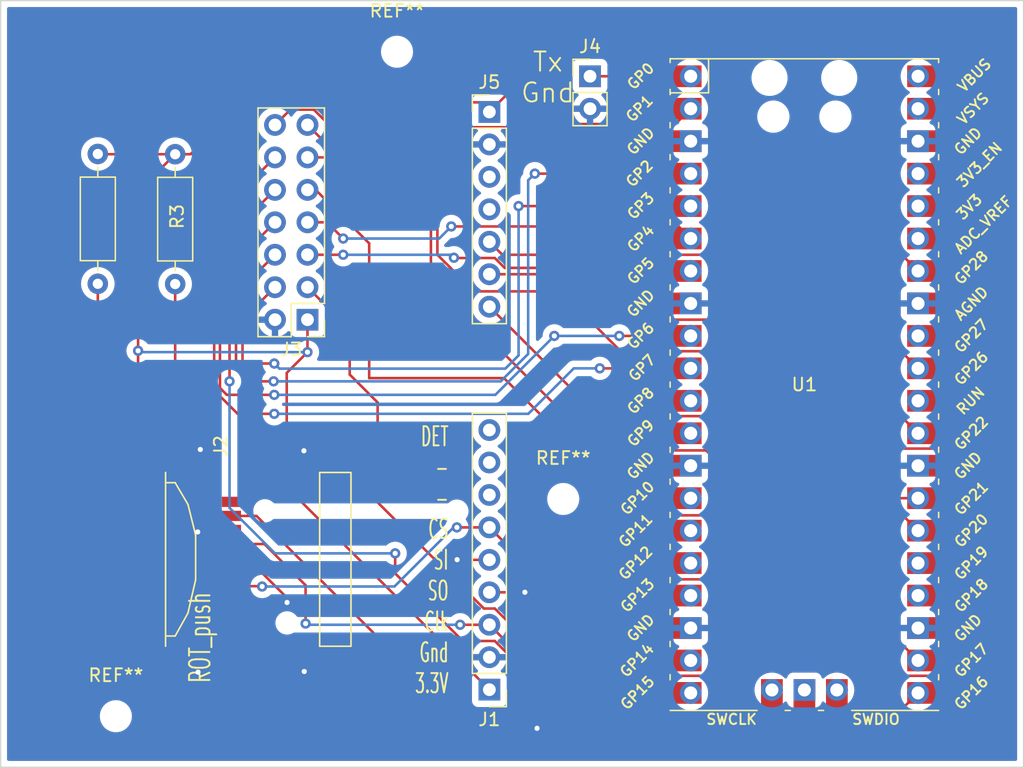
<source format=kicad_pcb>
(kicad_pcb (version 20221018) (generator pcbnew)
  (layers (0 "F.Cu" signal) (31 "B.Cu" signal) (34 "B.Paste" user) (35 "F.Paste" user) (36 "B.SilkS" user "B.Silkscreen") (37 "F.SilkS" user "F.Silkscreen") (38 "B.Mask" user) (39 "F.Mask" user) (44 "Edge.Cuts" user))
  (net 0 "")
  (net 1 "+3.3V")
  (net 2 "GND")
  (net 3 "SD_SPI_CLK")
  (net 4 "SD_CS")
  (net 10 "ROT_1")
  (net 11 "ROT_2")
  (net 12 "ROT_BUTTON")
  (net 13 "SD_SPI_MOSI")
  (net 14 "SD_SPI_MISO")
  (net 15 "IO_6")
  (net 16 "KEY3")
  (net 17 "IO_5")
  (net 18 "KEY2")
  (net 19 "IO_4")
  (net 20 "KEY0")
  (net 21 "IO_3")
  (net 23 "IO_2")
  (net 24 "IO_1")
  (net 36 "DBG_TX")
  (net 39 "I2S_SCLK")
  (net 40 "I2S_LRCK")
  (net 41 "I2S_DATA")
  (footprint "MountingHole:MountingHole_2mm" (layer "F.Cu") (at 131 139)
    (fp_text reference "REF**" (at 0 -3.2) (layer "F.SilkS"))
    (fp_text value "MountingHole_2mm")
    (pad "" np_thru_hole circle (at 0 0) (size 2 2) (drill 2) (layers "*.Cu" "*.Mask"))
  )
  (footprint "MCU_RaspberryPi_and_Boards:RPi_Pico_SMD_TH" (layer "F.Cu") (at 149.86 130.048)
    (fp_text reference "U1" (at 0 0) (layer "F.SilkS"))
    (fp_text value "Pico")
    (fp_text user "GND" (at -12.8 6.35 45) (layer "F.SilkS") (effects (font (size 0.8 0.8))))
    (fp_text user "GP2" (at -12.9 -16.51 45) (layer "F.SilkS") (effects (font (size 0.8 0.8))))
    (fp_text user "GP3" (at -12.8 -13.97 45) (layer "F.SilkS") (effects (font (size 0.8 0.8))))
    (fp_text user "GP15" (at -13.054 24.13 45) (layer "F.SilkS") (effects (font (size 0.8 0.8))))
    (fp_text user "GP21" (at 13.054 8.9 45) (layer "F.SilkS") (effects (font (size 0.8 0.8))))
    (fp_text user "GP7" (at -12.7 -1.3 45) (layer "F.SilkS") (effects (font (size 0.8 0.8))))
    (fp_text user "GP26" (at 13.054 -1.27 45) (layer "F.SilkS") (effects (font (size 0.8 0.8))))
    (fp_text user "GP19" (at 13.054 13.97 45) (layer "F.SilkS") (effects (font (size 0.8 0.8))))
    (fp_text user "GP4" (at -12.8 -11.43 45) (layer "F.SilkS") (effects (font (size 0.8 0.8))))
    (fp_text user "GP1" (at -12.9 -21.6 45) (layer "F.SilkS") (effects (font (size 0.8 0.8))))
    (fp_text user "VBUS" (at 13.3 -24.2 45) (layer "F.SilkS") (effects (font (size 0.8 0.8))))
    (fp_text user "GP9" (at -12.8 3.81 45) (layer "F.SilkS") (effects (font (size 0.8 0.8))))
    (fp_text user "RUN" (at 13 1.27 45) (layer "F.SilkS") (effects (font (size 0.8 0.8))))
    (fp_text user "GP28" (at 13.054 -9.144 45) (layer "F.SilkS") (effects (font (size 0.8 0.8))))
    (fp_text user "GND" (at 12.8 -19.05 45) (layer "F.SilkS") (effects (font (size 0.8 0.8))))
    (fp_text user "AGND" (at 13.054 -6.35 45) (layer "F.SilkS") (effects (font (size 0.8 0.8))))
    (fp_text user "SWDIO" (at 5.6 26.2) (layer "F.SilkS") (effects (font (size 0.8 0.8))))
    (fp_text user "GP5" (at -12.8 -8.89 45) (layer "F.SilkS") (effects (font (size 0.8 0.8))))
    (fp_text user "GND" (at -12.8 -19.05 45) (layer "F.SilkS") (effects (font (size 0.8 0.8))))
    (fp_text user "3V3" (at 12.9 -13.9 45) (layer "F.SilkS") (effects (font (size 0.8 0.8))))
    (fp_text user "GND" (at 12.8 19.05 45) (layer "F.SilkS") (effects (font (size 0.8 0.8))))
    (fp_text user "GP22" (at 13.054 3.81 45) (layer "F.SilkS") (effects (font (size 0.8 0.8))))
    (fp_text user "GND" (at 12.8 6.35 45) (layer "F.SilkS") (effects (font (size 0.8 0.8))))
    (fp_text user "GP18" (at 13.054 16.51 45) (layer "F.SilkS") (effects (font (size 0.8 0.8))))
    (fp_text user "ADC_VREF" (at 14 -12.5 45) (layer "F.SilkS") (effects (font (size 0.8 0.8))))
    (fp_text user "GP12" (at -13.2 13.97 45) (layer "F.SilkS") (effects (font (size 0.8 0.8))))
    (fp_text user "VSYS" (at 13.2 -21.59 45) (layer "F.SilkS") (effects (font (size 0.8 0.8))))
    (fp_text user "GP27" (at 13.054 -3.8 45) (layer "F.SilkS") (effects (font (size 0.8 0.8))))
    (fp_text user "GP20" (at 13.054 11.43 45) (layer "F.SilkS") (effects (font (size 0.8 0.8))))
    (fp_text user "GND" (at -12.8 -6.35 45) (layer "F.SilkS") (effects (font (size 0.8 0.8))))
    (fp_text user "GP6" (at -12.8 -3.81 45) (layer "F.SilkS") (effects (font (size 0.8 0.8))))
    (fp_text user "GP11" (at -13.2 11.43 45) (layer "F.SilkS") (effects (font (size 0.8 0.8))))
    (fp_text user "GP14" (at -13.1 21.59 45) (layer "F.SilkS") (effects (font (size 0.8 0.8))))
    (fp_text user "GP13" (at -13.054 16.51 45) (layer "F.SilkS") (effects (font (size 0.8 0.8))))
    (fp_text user "GP8" (at -12.8 1.27 45) (layer "F.SilkS") (effects (font (size 0.8 0.8))))
    (fp_text user "GND" (at -12.8 19.05 45) (layer "F.SilkS") (effects (font (size 0.8 0.8))))
    (fp_text user "SWCLK" (at -5.7 26.2) (layer "F.SilkS") (effects (font (size 0.8 0.8))))
    (fp_text user "GP0" (at -12.8 -24.13 45) (layer "F.SilkS") (effects (font (size 0.8 0.8))))
    (fp_text user "GP10" (at -13.054 8.89 45) (layer "F.SilkS") (effects (font (size 0.8 0.8))))
    (fp_text user "3V3_EN" (at 13.7 -17.2 45) (layer "F.SilkS") (effects (font (size 0.8 0.8))))
    (fp_text user "GP16" (at 13.054 24.13 45) (layer "F.SilkS") (effects (font (size 0.8 0.8))))
    (fp_text user "GP17" (at 13.054 21.59 45) (layer "F.SilkS") (effects (font (size 0.8 0.8))))
    (fp_line (start -10.5 -25.5) (end -10.5 -25.2) (stroke (width 0.12)) (layer "F.SilkS"))
    (fp_line (start -10.5 -25.5) (end 10.5 -25.5) (stroke (width 0.12)) (layer "F.SilkS"))
    (fp_line (start -10.5 -23.1) (end -10.5 -22.7) (stroke (width 0.12)) (layer "F.SilkS"))
    (fp_line (start -10.5 -22.833) (end -7.493 -22.833) (stroke (width 0.12)) (layer "F.SilkS"))
    (fp_line (start -10.5 -20.5) (end -10.5 -20.1) (stroke (width 0.12)) (layer "F.SilkS"))
    (fp_line (start -10.5 -18) (end -10.5 -17.6) (stroke (width 0.12)) (layer "F.SilkS"))
    (fp_line (start -10.5 -15.4) (end -10.5 -15) (stroke (width 0.12)) (layer "F.SilkS"))
    (fp_line (start -10.5 -12.9) (end -10.5 -12.5) (stroke (width 0.12)) (layer "F.SilkS"))
    (fp_line (start -10.5 -10.4) (end -10.5 -10) (stroke (width 0.12)) (layer "F.SilkS"))
    (fp_line (start -10.5 -7.8) (end -10.5 -7.4) (stroke (width 0.12)) (layer "F.SilkS"))
    (fp_line (start -10.5 -5.3) (end -10.5 -4.9) (stroke (width 0.12)) (layer "F.SilkS"))
    (fp_line (start -10.5 -2.7) (end -10.5 -2.3) (stroke (width 0.12)) (layer "F.SilkS"))
    (fp_line (start -10.5 -0.2) (end -10.5 0.2) (stroke (width 0.12)) (layer "F.SilkS"))
    (fp_line (start -10.5 2.3) (end -10.5 2.7) (stroke (width 0.12)) (layer "F.SilkS"))
    (fp_line (start -10.5 4.9) (end -10.5 5.3) (stroke (width 0.12)) (layer "F.SilkS"))
    (fp_line (start -10.5 7.4) (end -10.5 7.8) (stroke (width 0.12)) (layer "F.SilkS"))
    (fp_line (start -10.5 10) (end -10.5 10.4) (stroke (width 0.12)) (layer "F.SilkS"))
    (fp_line (start -10.5 12.5) (end -10.5 12.9) (stroke (width 0.12)) (layer "F.SilkS"))
    (fp_line (start -10.5 15.1) (end -10.5 15.5) (stroke (width 0.12)) (layer "F.SilkS"))
    (fp_line (start -10.5 17.6) (end -10.5 18) (stroke (width 0.12)) (layer "F.SilkS"))
    (fp_line (start -10.5 20.1) (end -10.5 20.5) (stroke (width 0.12)) (layer "F.SilkS"))
    (fp_line (start -10.5 22.7) (end -10.5 23.1) (stroke (width 0.12)) (layer "F.SilkS"))
    (fp_line (start -7.493 -22.833) (end -7.493 -25.5) (stroke (width 0.12)) (layer "F.SilkS"))
    (fp_line (start -3.7 25.5) (end -10.5 25.5) (stroke (width 0.12)) (layer "F.SilkS"))
    (fp_line (start -1.5 25.5) (end -1.1 25.5) (stroke (width 0.12)) (layer "F.SilkS"))
    (fp_line (start 1.1 25.5) (end 1.5 25.5) (stroke (width 0.12)) (layer "F.SilkS"))
    (fp_line (start 10.5 -25.5) (end 10.5 -25.2) (stroke (width 0.12)) (layer "F.SilkS"))
    (fp_line (start 10.5 -23.1) (end 10.5 -22.7) (stroke (width 0.12)) (layer "F.SilkS"))
    (fp_line (start 10.5 -20.5) (end 10.5 -20.1) (stroke (width 0.12)) (layer "F.SilkS"))
    (fp_line (start 10.5 -18) (end 10.5 -17.6) (stroke (width 0.12)) (layer "F.SilkS"))
    (fp_line (start 10.5 -15.4) (end 10.5 -15) (stroke (width 0.12)) (layer "F.SilkS"))
    (fp_line (start 10.5 -12.9) (end 10.5 -12.5) (stroke (width 0.12)) (layer "F.SilkS"))
    (fp_line (start 10.5 -10.4) (end 10.5 -10) (stroke (width 0.12)) (layer "F.SilkS"))
    (fp_line (start 10.5 -7.8) (end 10.5 -7.4) (stroke (width 0.12)) (layer "F.SilkS"))
    (fp_line (start 10.5 -5.3) (end 10.5 -4.9) (stroke (width 0.12)) (layer "F.SilkS"))
    (fp_line (start 10.5 -2.7) (end 10.5 -2.3) (stroke (width 0.12)) (layer "F.SilkS"))
    (fp_line (start 10.5 -0.2) (end 10.5 0.2) (stroke (width 0.12)) (layer "F.SilkS"))
    (fp_line (start 10.5 2.3) (end 10.5 2.7) (stroke (width 0.12)) (layer "F.SilkS"))
    (fp_line (start 10.5 4.9) (end 10.5 5.3) (stroke (width 0.12)) (layer "F.SilkS"))
    (fp_line (start 10.5 7.4) (end 10.5 7.8) (stroke (width 0.12)) (layer "F.SilkS"))
    (fp_line (start 10.5 10) (end 10.5 10.4) (stroke (width 0.12)) (layer "F.SilkS"))
    (fp_line (start 10.5 12.5) (end 10.5 12.9) (stroke (width 0.12)) (layer "F.SilkS"))
    (fp_line (start 10.5 15.1) (end 10.5 15.5) (stroke (width 0.12)) (layer "F.SilkS"))
    (fp_line (start 10.5 17.6) (end 10.5 18) (stroke (width 0.12)) (layer "F.SilkS"))
    (fp_line (start 10.5 20.1) (end 10.5 20.5) (stroke (width 0.12)) (layer "F.SilkS"))
    (fp_line (start 10.5 22.7) (end 10.5 23.1) (stroke (width 0.12)) (layer "F.SilkS"))
    (fp_line (start 10.5 25.5) (end 3.7 25.5) (stroke (width 0.12)) (layer "F.SilkS"))
    (pad "" np_thru_hole oval (at -2.725 -24) (size 1.8 1.8) (drill 1.8) (layers "*.Cu" "*.Mask"))
    (pad "" np_thru_hole oval (at -2.425 -20.97) (size 1.5 1.5) (drill 1.5) (layers "*.Cu" "*.Mask"))
    (pad "" np_thru_hole oval (at 2.425 -20.97) (size 1.5 1.5) (drill 1.5) (layers "*.Cu" "*.Mask"))
    (pad "" np_thru_hole oval (at 2.725 -24) (size 1.8 1.8) (drill 1.8) (layers "*.Cu" "*.Mask"))
    (pad "1" thru_hole oval (at -8.89 -24.13) (size 1.7 1.7) (drill 1.02) (layers "*.Cu" "*.Mask") (net 36 "DBG_TX"))
    (pad "1" smd rect (at -8.89 -24.13) (size 3.5 1.7) (drill (offset -0.9 0)) (layers "F.Cu" "F.Mask") (net 36 "DBG_TX"))
    (pad "2" thru_hole oval (at -8.89 -21.59) (size 1.7 1.7) (drill 1.02) (layers "*.Cu" "*.Mask") (net 12 "ROT_BUTTON"))
    (pad "2" smd rect (at -8.89 -21.59) (size 3.5 1.7) (drill (offset -0.9 0)) (layers "F.Cu" "F.Mask") (net 12 "ROT_BUTTON"))
    (pad "3" thru_hole rect (at -8.89 -19.05) (size 1.7 1.7) (drill 1.02) (layers "*.Cu" "*.Mask") (net 2 "GND"))
    (pad "3" smd rect (at -8.89 -19.05) (size 3.5 1.7) (drill (offset -0.9 0)) (layers "F.Cu" "F.Mask") (net 2 "GND"))
    (pad "4" thru_hole oval (at -8.89 -16.51) (size 1.7 1.7) (drill 1.02) (layers "*.Cu" "*.Mask") (net 18 "KEY2"))
    (pad "4" smd rect (at -8.89 -16.51) (size 3.5 1.7) (drill (offset -0.9 0)) (layers "F.Cu" "F.Mask") (net 18 "KEY2"))
    (pad "5" thru_hole oval (at -8.89 -13.97) (size 1.7 1.7) (drill 1.02) (layers "*.Cu" "*.Mask") (net 16 "KEY3"))
    (pad "5" smd rect (at -8.89 -13.97) (size 3.5 1.7) (drill (offset -0.9 0)) (layers "F.Cu" "F.Mask") (net 16 "KEY3"))
    (pad "6" thru_hole oval (at -8.89 -11.43) (size 1.7 1.7) (drill 1.02) (layers "*.Cu" "*.Mask") (net 19 "IO_4"))
    (pad "6" smd rect (at -8.89 -11.43) (size 3.5 1.7) (drill (offset -0.9 0)) (layers "F.Cu" "F.Mask") (net 19 "IO_4"))
    (pad "7" thru_hole oval (at -8.89 -8.89) (size 1.7 1.7) (drill 1.02) (layers "*.Cu" "*.Mask") (net 17 "IO_5"))
    (pad "7" smd rect (at -8.89 -8.89) (size 3.5 1.7) (drill (offset -0.9 0)) (layers "F.Cu" "F.Mask") (net 17 "IO_5"))
    (pad "8" thru_hole rect (at -8.89 -6.35) (size 1.7 1.7) (drill 1.02) (layers "*.Cu" "*.Mask") (net 2 "GND"))
    (pad "8" smd rect (at -8.89 -6.35) (size 3.5 1.7) (drill (offset -0.9 0)) (layers "F.Cu" "F.Mask") (net 2 "GND"))
    (pad "9" thru_hole oval (at -8.89 -3.81) (size 1.7 1.7) (drill 1.02) (layers "*.Cu" "*.Mask") (net 10 "ROT_1"))
    (pad "9" smd rect (at -8.89 -3.81) (size 3.5 1.7) (drill (offset -0.9 0)) (layers "F.Cu" "F.Mask") (net 10 "ROT_1"))
    (pad "10" thru_hole oval (at -8.89 -1.27) (size 1.7 1.7) (drill 1.02) (layers "*.Cu" "*.Mask") (net 11 "ROT_2"))
    (pad "10" smd rect (at -8.89 -1.27) (size 3.5 1.7) (drill (offset -0.9 0)) (layers "F.Cu" "F.Mask") (net 11 "ROT_2"))
    (pad "11" thru_hole oval (at -8.89 1.27) (size 1.7 1.7) (drill 1.02) (layers "*.Cu" "*.Mask"))
    (pad "11" smd rect (at -8.89 1.27) (size 3.5 1.7) (drill (offset -0.9 0)) (layers "F.Cu" "F.Mask"))
    (pad "12" thru_hole oval (at -8.89 3.81) (size 1.7 1.7) (drill 1.02) (layers "*.Cu" "*.Mask"))
    (pad "12" smd rect (at -8.89 3.81) (size 3.5 1.7) (drill (offset -0.9 0)) (layers "F.Cu" "F.Mask"))
    (pad "13" thru_hole rect (at -8.89 6.35) (size 1.7 1.7) (drill 1.02) (layers "*.Cu" "*.Mask") (net 2 "GND"))
    (pad "13" smd rect (at -8.89 6.35) (size 3.5 1.7) (drill (offset -0.9 0)) (layers "F.Cu" "F.Mask") (net 2 "GND"))
    (pad "14" thru_hole oval (at -8.89 8.89) (size 1.7 1.7) (drill 1.02) (layers "*.Cu" "*.Mask"))
    (pad "14" smd rect (at -8.89 8.89) (size 3.5 1.7) (drill (offset -0.9 0)) (layers "F.Cu" "F.Mask"))
    (pad "15" thru_hole oval (at -8.89 11.43) (size 1.7 1.7) (drill 1.02) (layers "*.Cu" "*.Mask"))
    (pad "15" smd rect (at -8.89 11.43) (size 3.5 1.7) (drill (offset -0.9 0)) (layers "F.Cu" "F.Mask"))
    (pad "16" thru_hole oval (at -8.89 13.97) (size 1.7 1.7) (drill 1.02) (layers "*.Cu" "*.Mask"))
    (pad "16" smd rect (at -8.89 13.97) (size 3.5 1.7) (drill (offset -0.9 0)) (layers "F.Cu" "F.Mask"))
    (pad "17" thru_hole oval (at -8.89 16.51) (size 1.7 1.7) (drill 1.02) (layers "*.Cu" "*.Mask"))
    (pad "17" smd rect (at -8.89 16.51) (size 3.5 1.7) (drill (offset -0.9 0)) (layers "F.Cu" "F.Mask"))
    (pad "18" thru_hole rect (at -8.89 19.05) (size 1.7 1.7) (drill 1.02) (layers "*.Cu" "*.Mask") (net 2 "GND"))
    (pad "18" smd rect (at -8.89 19.05) (size 3.5 1.7) (drill (offset -0.9 0)) (layers "F.Cu" "F.Mask") (net 2 "GND"))
    (pad "19" thru_hole oval (at -8.89 21.59) (size 1.7 1.7) (drill 1.02) (layers "*.Cu" "*.Mask") (net 15 "IO_6"))
    (pad "19" smd rect (at -8.89 21.59) (size 3.5 1.7) (drill (offset -0.9 0)) (layers "F.Cu" "F.Mask") (net 15 "IO_6"))
    (pad "20" thru_hole oval (at -8.89 24.13) (size 1.7 1.7) (drill 1.02) (layers "*.Cu" "*.Mask") (net 20 "KEY0"))
    (pad "20" smd rect (at -8.89 24.13) (size 3.5 1.7) (drill (offset -0.9 0)) (layers "F.Cu" "F.Mask") (net 20 "KEY0"))
    (pad "21" thru_hole oval (at 8.89 24.13) (size 1.7 1.7) (drill 1.02) (layers "*.Cu" "*.Mask") (net 14 "SD_SPI_MISO"))
    (pad "21" smd rect (at 8.89 24.13) (size 3.5 1.7) (drill (offset 0.9 0)) (layers "F.Cu" "F.Mask") (net 14 "SD_SPI_MISO"))
    (pad "22" thru_hole oval (at 8.89 21.59) (size 1.7 1.7) (drill 1.02) (layers "*.Cu" "*.Mask") (net 4 "SD_CS"))
    (pad "22" smd rect (at 8.89 21.59) (size 3.5 1.7) (drill (offset 0.9 0)) (layers "F.Cu" "F.Mask") (net 4 "SD_CS"))
    (pad "23" thru_hole rect (at 8.89 19.05) (size 1.7 1.7) (drill 1.02) (layers "*.Cu" "*.Mask") (net 2 "GND"))
    (pad "23" smd rect (at 8.89 19.05) (size 3.5 1.7) (drill (offset 0.9 0)) (layers "F.Cu" "F.Mask") (net 2 "GND"))
    (pad "24" thru_hole oval (at 8.89 16.51) (size 1.7 1.7) (drill 1.02) (layers "*.Cu" "*.Mask") (net 3 "SD_SPI_CLK"))
    (pad "24" smd rect (at 8.89 16.51) (size 3.5 1.7) (drill (offset 0.9 0)) (layers "F.Cu" "F.Mask") (net 3 "SD_SPI_CLK"))
    (pad "25" thru_hole oval (at 8.89 13.97) (size 1.7 1.7) (drill 1.02) (layers "*.Cu" "*.Mask") (net 13 "SD_SPI_MOSI"))
    (pad "25" smd rect (at 8.89 13.97) (size 3.5 1.7) (drill (offset 0.9 0)) (layers "F.Cu" "F.Mask") (net 13 "SD_SPI_MOSI"))
    (pad "26" thru_hole oval (at 8.89 11.43) (size 1.7 1.7) (drill 1.02) (layers "*.Cu" "*.Mask") (net 21 "IO_3"))
    (pad "26" smd rect (at 8.89 11.43) (size 3.5 1.7) (drill (offset 0.9 0)) (layers "F.Cu" "F.Mask") (net 21 "IO_3"))
    (pad "27" thru_hole oval (at 8.89 8.89) (size 1.7 1.7) (drill 1.02) (layers "*.Cu" "*.Mask") (net 23 "IO_2"))
    (pad "27" smd rect (at 8.89 8.89) (size 3.5 1.7) (drill (offset 0.9 0)) (layers "F.Cu" "F.Mask") (net 23 "IO_2"))
    (pad "28" thru_hole rect (at 8.89 6.35) (size 1.7 1.7) (drill 1.02) (layers "*.Cu" "*.Mask") (net 2 "GND"))
    (pad "28" smd rect (at 8.89 6.35) (size 3.5 1.7) (drill (offset 0.9 0)) (layers "F.Cu" "F.Mask") (net 2 "GND"))
    (pad "29" thru_hole oval (at 8.89 3.81) (size 1.7 1.7) (drill 1.02) (layers "*.Cu" "*.Mask") (net 24 "IO_1"))
    (pad "29" smd rect (at 8.89 3.81) (size 3.5 1.7) (drill (offset 0.9 0)) (layers "F.Cu" "F.Mask") (net 24 "IO_1"))
    (pad "30" thru_hole oval (at 8.89 1.27) (size 1.7 1.7) (drill 1.02) (layers "*.Cu" "*.Mask"))
    (pad "30" smd rect (at 8.89 1.27) (size 3.5 1.7) (drill (offset 0.9 0)) (layers "F.Cu" "F.Mask"))
    (pad "31" thru_hole oval (at 8.89 -1.27) (size 1.7 1.7) (drill 1.02) (layers "*.Cu" "*.Mask") (net 39 "I2S_SCLK"))
    (pad "31" smd rect (at 8.89 -1.27) (size 3.5 1.7) (drill (offset 0.9 0)) (layers "F.Cu" "F.Mask") (net 39 "I2S_SCLK"))
    (pad "32" thru_hole oval (at 8.89 -3.81) (size 1.7 1.7) (drill 1.02) (layers "*.Cu" "*.Mask") (net 40 "I2S_LRCK"))
    (pad "32" smd rect (at 8.89 -3.81) (size 3.5 1.7) (drill (offset 0.9 0)) (layers "F.Cu" "F.Mask") (net 40 "I2S_LRCK"))
    (pad "33" thru_hole rect (at 8.89 -6.35) (size 1.7 1.7) (drill 1.02) (layers "*.Cu" "*.Mask") (net 2 "GND"))
    (pad "33" smd rect (at 8.89 -6.35) (size 3.5 1.7) (drill (offset 0.9 0)) (layers "F.Cu" "F.Mask") (net 2 "GND"))
    (pad "34" thru_hole oval (at 8.89 -8.89) (size 1.7 1.7) (drill 1.02) (layers "*.Cu" "*.Mask") (net 41 "I2S_DATA"))
    (pad "34" smd rect (at 8.89 -8.89) (size 3.5 1.7) (drill (offset 0.9 0)) (layers "F.Cu" "F.Mask") (net 41 "I2S_DATA"))
    (pad "35" thru_hole oval (at 8.89 -11.43) (size 1.7 1.7) (drill 1.02) (layers "*.Cu" "*.Mask"))
    (pad "35" smd rect (at 8.89 -11.43) (size 3.5 1.7) (drill (offset 0.9 0)) (layers "F.Cu" "F.Mask"))
    (pad "36" thru_hole oval (at 8.89 -13.97) (size 1.7 1.7) (drill 1.02) (layers "*.Cu" "*.Mask") (net 1 "+3.3V"))
    (pad "36" smd rect (at 8.89 -13.97) (size 3.5 1.7) (drill (offset 0.9 0)) (layers "F.Cu" "F.Mask") (net 1 "+3.3V"))
    (pad "37" thru_hole oval (at 8.89 -16.51) (size 1.7 1.7) (drill 1.02) (layers "*.Cu" "*.Mask"))
    (pad "37" smd rect (at 8.89 -16.51) (size 3.5 1.7) (drill (offset 0.9 0)) (layers "F.Cu" "F.Mask"))
    (pad "38" thru_hole rect (at 8.89 -19.05) (size 1.7 1.7) (drill 1.02) (layers "*.Cu" "*.Mask") (net 2 "GND"))
    (pad "38" smd rect (at 8.89 -19.05) (size 3.5 1.7) (drill (offset 0.9 0)) (layers "F.Cu" "F.Mask") (net 2 "GND"))
    (pad "39" thru_hole oval (at 8.89 -21.59) (size 1.7 1.7) (drill 1.02) (layers "*.Cu" "*.Mask"))
    (pad "39" smd rect (at 8.89 -21.59) (size 3.5 1.7) (drill (offset 0.9 0)) (layers "F.Cu" "F.Mask"))
    (pad "40" thru_hole oval (at 8.89 -24.13) (size 1.7 1.7) (drill 1.02) (layers "*.Cu" "*.Mask"))
    (pad "40" smd rect (at 8.89 -24.13) (size 3.5 1.7) (drill (offset 0.9 0)) (layers "F.Cu" "F.Mask"))
    (pad "41" thru_hole oval (at -2.54 23.9) (size 1.7 1.7) (drill 1.02) (layers "*.Cu" "*.Mask"))
    (pad "41" smd rect (at -2.54 23.9 90) (size 3.5 1.7) (drill (offset -0.9 0)) (layers "F.Cu" "F.Mask"))
    (pad "42" thru_hole rect (at 0 23.9) (size 1.7 1.7) (drill 1.02) (layers "*.Cu" "*.Mask"))
    (pad "42" smd rect (at 0 23.9 90) (size 3.5 1.7) (drill (offset -0.9 0)) (layers "F.Cu" "F.Mask"))
    (pad "43" thru_hole oval (at 2.54 23.9) (size 1.7 1.7) (drill 1.02) (layers "*.Cu" "*.Mask"))
    (pad "43" smd rect (at 2.54 23.9 90) (size 3.5 1.7) (drill (offset -0.9 0)) (layers "F.Cu" "F.Mask"))
  )
  (footprint "sdcard-libs:MOLEX_47219-2001" (layer "F.Cu") (at 107.15 143.725 -90)
    (fp_text reference "J2" (at -8.845525 2.928495 90) (layer "F.SilkS") (effects (font (size 1.001189 1.001189))))
    (fp_text value "47219-2001")
    (fp_line (start -6.8 -7.25) (end 6.8 -7.25) (stroke (width 0.127)) (layer "F.SilkS"))
    (fp_line (start -6.8 -7.2) (end -6.8 -4.8) (stroke (width 0.127)) (layer "F.SilkS"))
    (fp_line (start -6.8 -4.8) (end 6.8 -4.8) (stroke (width 0.127)) (layer "F.SilkS"))
    (fp_line (start -6.8 7.25) (end 6.8 7.25) (stroke (width 0.127)) (layer "F.SilkS"))
    (fp_line (start -6 6.5) (end -4.3 5.5) (stroke (width 0.127)) (layer "F.SilkS"))
    (fp_line (start -6 7.2) (end -6 6.5) (stroke (width 0.127)) (layer "F.SilkS"))
    (fp_line (start -4.3 5.5) (end -1.9 4.9) (stroke (width 0.127)) (layer "F.SilkS"))
    (fp_line (start -1.9 4.9) (end 1.6 4.9) (stroke (width 0.127)) (layer "F.SilkS"))
    (fp_line (start 1.6 4.9) (end 4.2 5.5) (stroke (width 0.127)) (layer "F.SilkS"))
    (fp_line (start 4.2 5.5) (end 6 6.5) (stroke (width 0.127)) (layer "F.SilkS"))
    (fp_line (start 6 7.2) (end 6 6.5) (stroke (width 0.127)) (layer "F.SilkS"))
    (fp_line (start 6.8 -7.2) (end 6.8 -4.8) (stroke (width 0.127)) (layer "F.SilkS"))
    (pad "1" smd rect (at 3.2 2.1 270) (size 0.8 1.5) (layers "F.Cu" "F.Paste" "F.Mask"))
    (pad "2" smd rect (at 2.1 2.1 270) (size 0.8 1.5) (layers "F.Cu" "F.Paste" "F.Mask") (net 4 "SD_CS"))
    (pad "3" smd rect (at 1 2.1 270) (size 0.8 1.5) (layers "F.Cu" "F.Paste" "F.Mask") (net 13 "SD_SPI_MOSI"))
    (pad "4" smd rect (at -0.1 2.1 270) (size 0.8 1.5) (layers "F.Cu" "F.Paste" "F.Mask") (net 1 "+3.3V"))
    (pad "5" smd rect (at -1.2 2.1 270) (size 0.8 1.5) (layers "F.Cu" "F.Paste" "F.Mask") (net 3 "SD_SPI_CLK"))
    (pad "6" smd rect (at -2.3 2.1 270) (size 0.8 1.5) (layers "F.Cu" "F.Paste" "F.Mask") (net 2 "GND"))
    (pad "7" smd rect (at -3.4 2.1 270) (size 0.8 1.5) (layers "F.Cu" "F.Paste" "F.Mask") (net 14 "SD_SPI_MISO"))
    (pad "8" smd rect (at -4.5 2.1 270) (size 0.8 1.5) (layers "F.Cu" "F.Paste" "F.Mask"))
    (pad "G1" smd rect (at 6.875 4.7 270) (size 1.5 2.05) (layers "F.Cu" "F.Paste" "F.Mask") (net 2 "GND"))
    (pad "G2" smd rect (at 6.875 -3.6 270) (size 1.5 2.05) (layers "F.Cu" "F.Paste" "F.Mask") (net 2 "GND"))
    (pad "G3" smd rect (at -6.875 -3.6 270) (size 1.5 2.05) (layers "F.Cu" "F.Paste" "F.Mask") (net 2 "GND"))
    (pad "G4" smd rect (at -6.875 4.7 270) (size 1.5 2.05) (layers "F.Cu" "F.Paste" "F.Mask") (net 2 "GND"))
  )
  (footprint "Resistor_THT:R_Axial_DIN0207_L6.3mm_D2.5mm_P10.16mm_Horizontal" (layer "F.Cu") (at 94.6 112 -90)
    (fp_text reference "R2" hide)
    (fp_text value "R_US")
    (fp_line (start 1.04 0) (end 1.81 0) (stroke (width 0.12)) (layer "F.SilkS"))
    (fp_line (start 1.81 -1.37) (end 1.81 1.37) (stroke (width 0.12)) (layer "F.SilkS"))
    (fp_line (start 1.81 1.37) (end 8.35 1.37) (stroke (width 0.12)) (layer "F.SilkS"))
    (fp_line (start 8.35 -1.37) (end 1.81 -1.37) (stroke (width 0.12)) (layer "F.SilkS"))
    (fp_line (start 8.35 1.37) (end 8.35 -1.37) (stroke (width 0.12)) (layer "F.SilkS"))
    (fp_line (start 9.12 0) (end 8.35 0) (stroke (width 0.12)) (layer "F.SilkS"))
    (pad "1" thru_hole circle (at 0 0 270) (size 1.6 1.6) (drill 0.8) (layers "*.Cu" "*.Mask") (net 1 "+3.3V"))
    (pad "2" thru_hole oval (at 10.16 0 270) (size 1.6 1.6) (drill 0.8) (layers "*.Cu" "*.Mask") (net 13 "SD_SPI_MOSI"))
  )
  (footprint "MountingHole:MountingHole_2mm" (layer "F.Cu") (at 96.012 156)
    (fp_text reference "REF**" (at 0 -3.2) (layer "F.SilkS"))
    (fp_text value "MountingHole_2mm")
    (pad "" np_thru_hole circle (at 0 0) (size 2 2) (drill 2) (layers "*.Cu" "*.Mask"))
  )
  (footprint "Connector_PinHeader_2.54mm:PinHeader_1x07_P2.54mm_Vertical" (layer "F.Cu") (at 125.222 108.712)
    (fp_text reference "J5" (at 0 -2.33) (layer "F.SilkS"))
    (fp_text value "Conn_01x07_Pin")
    (fp_line (start -1.33 -1.33) (end 0 -1.33) (stroke (width 0.12)) (layer "F.SilkS"))
    (fp_line (start -1.33 0) (end -1.33 -1.33) (stroke (width 0.12)) (layer "F.SilkS"))
    (fp_line (start -1.33 1.27) (end -1.33 16.57) (stroke (width 0.12)) (layer "F.SilkS"))
    (fp_line (start -1.33 1.27) (end 1.33 1.27) (stroke (width 0.12)) (layer "F.SilkS"))
    (fp_line (start -1.33 16.57) (end 1.33 16.57) (stroke (width 0.12)) (layer "F.SilkS"))
    (fp_line (start 1.33 1.27) (end 1.33 16.57) (stroke (width 0.12)) (layer "F.SilkS"))
    (pad "1" thru_hole rect (at 0 0) (size 1.7 1.7) (drill 1) (layers "*.Cu" "*.Mask") (net 1 "+3.3V"))
    (pad "2" thru_hole oval (at 0 2.54) (size 1.7 1.7) (drill 1) (layers "*.Cu" "*.Mask") (net 2 "GND"))
    (pad "3" thru_hole oval (at 0 5.08) (size 1.7 1.7) (drill 1) (layers "*.Cu" "*.Mask"))
    (pad "4" thru_hole oval (at 0 7.62) (size 1.7 1.7) (drill 1) (layers "*.Cu" "*.Mask"))
    (pad "5" thru_hole oval (at 0 10.16) (size 1.7 1.7) (drill 1) (layers "*.Cu" "*.Mask") (net 41 "I2S_DATA"))
    (pad "6" thru_hole oval (at 0 12.7) (size 1.7 1.7) (drill 1) (layers "*.Cu" "*.Mask") (net 39 "I2S_SCLK"))
    (pad "7" thru_hole oval (at 0 15.24) (size 1.7 1.7) (drill 1) (layers "*.Cu" "*.Mask") (net 40 "I2S_LRCK"))
  )
  (footprint "Connector_PinHeader_2.54mm:PinHeader_1x09_P2.54mm_Vertical" (layer "F.Cu") (at 125.222 153.924 180)
    (fp_text reference "J1" (at 0 -2.33) (layer "F.SilkS"))
    (fp_text value "Conn_01x09_Male" hide)
    (fp_line (start -1.33 -1.33) (end 0 -1.33) (stroke (width 0.12)) (layer "F.SilkS"))
    (fp_line (start -1.33 0) (end -1.33 -1.33) (stroke (width 0.12)) (layer "F.SilkS"))
    (fp_line (start -1.33 1.27) (end -1.33 21.65) (stroke (width 0.12)) (layer "F.SilkS"))
    (fp_line (start -1.33 1.27) (end 1.33 1.27) (stroke (width 0.12)) (layer "F.SilkS"))
    (fp_line (start -1.33 21.65) (end 1.33 21.65) (stroke (width 0.12)) (layer "F.SilkS"))
    (fp_line (start 1.33 1.27) (end 1.33 21.65) (stroke (width 0.12)) (layer "F.SilkS"))
    (pad "1" thru_hole rect (at 0 0 180) (size 1.7 1.7) (drill 1) (layers "*.Cu" "*.Mask") (net 1 "+3.3V"))
    (pad "2" thru_hole oval (at 0 2.54 180) (size 1.7 1.7) (drill 1) (layers "*.Cu" "*.Mask") (net 2 "GND"))
    (pad "3" thru_hole oval (at 0 5.08 180) (size 1.7 1.7) (drill 1) (layers "*.Cu" "*.Mask") (net 3 "SD_SPI_CLK"))
    (pad "4" thru_hole oval (at 0 7.62 180) (size 1.7 1.7) (drill 1) (layers "*.Cu" "*.Mask") (net 14 "SD_SPI_MISO"))
    (pad "5" thru_hole oval (at 0 10.16 180) (size 1.7 1.7) (drill 1) (layers "*.Cu" "*.Mask") (net 13 "SD_SPI_MOSI"))
    (pad "6" thru_hole oval (at 0 12.7 180) (size 1.7 1.7) (drill 1) (layers "*.Cu" "*.Mask") (net 4 "SD_CS"))
    (pad "7" thru_hole oval (at 0 15.24 180) (size 1.7 1.7) (drill 1) (layers "*.Cu" "*.Mask"))
    (pad "8" thru_hole oval (at 0 17.78 180) (size 1.7 1.7) (drill 1) (layers "*.Cu" "*.Mask"))
    (pad "9" thru_hole oval (at 0 20.32 180) (size 1.7 1.7) (drill 1) (layers "*.Cu" "*.Mask"))
  )
  (footprint "Connector_PinHeader_2.54mm:PinHeader_2x07_P2.54mm_Vertical" (layer "F.Cu") (at 110.998 124.968 180)
    (fp_text reference "J3" (at 1.27 -2.33) (layer "F.SilkS"))
    (fp_text value "buttons")
    (fp_line (start -1.33 -1.33) (end 0 -1.33) (stroke (width 0.12)) (layer "F.SilkS"))
    (fp_line (start -1.33 0) (end -1.33 -1.33) (stroke (width 0.12)) (layer "F.SilkS"))
    (fp_line (start -1.33 1.27) (end -1.33 16.57) (stroke (width 0.12)) (layer "F.SilkS"))
    (fp_line (start -1.33 1.27) (end 1.27 1.27) (stroke (width 0.12)) (layer "F.SilkS"))
    (fp_line (start -1.33 16.57) (end 3.87 16.57) (stroke (width 0.12)) (layer "F.SilkS"))
    (fp_line (start 1.27 -1.33) (end 3.87 -1.33) (stroke (width 0.12)) (layer "F.SilkS"))
    (fp_line (start 1.27 1.27) (end 1.27 -1.33) (stroke (width 0.12)) (layer "F.SilkS"))
    (fp_line (start 3.87 -1.33) (end 3.87 16.57) (stroke (width 0.12)) (layer "F.SilkS"))
    (pad "1" thru_hole rect (at 0 0 180) (size 1.7 1.7) (drill 1) (layers "*.Cu" "*.Mask") (net 1 "+3.3V"))
    (pad "2" thru_hole oval (at 2.54 0 180) (size 1.7 1.7) (drill 1) (layers "*.Cu" "*.Mask") (net 2 "GND"))
    (pad "3" thru_hole oval (at 0 2.54 180) (size 1.7 1.7) (drill 1) (layers "*.Cu" "*.Mask") (net 15 "IO_6"))
    (pad "4" thru_hole oval (at 2.54 2.54 180) (size 1.7 1.7) (drill 1) (layers "*.Cu" "*.Mask") (net 16 "KEY3"))
    (pad "5" thru_hole oval (at 0 5.08 180) (size 1.7 1.7) (drill 1) (layers "*.Cu" "*.Mask") (net 17 "IO_5"))
    (pad "6" thru_hole oval (at 2.54 5.08 180) (size 1.7 1.7) (drill 1) (layers "*.Cu" "*.Mask") (net 18 "KEY2"))
    (pad "7" thru_hole oval (at 0 7.62 180) (size 1.7 1.7) (drill 1) (layers "*.Cu" "*.Mask") (net 19 "IO_4"))
    (pad "8" thru_hole oval (at 2.54 7.62 180) (size 1.7 1.7) (drill 1) (layers "*.Cu" "*.Mask") (net 20 "KEY0"))
    (pad "9" thru_hole oval (at 0 10.16 180) (size 1.7 1.7) (drill 1) (layers "*.Cu" "*.Mask") (net 21 "IO_3"))
    (pad "10" thru_hole oval (at 2.54 10.16 180) (size 1.7 1.7) (drill 1) (layers "*.Cu" "*.Mask") (net 10 "ROT_1"))
    (pad "11" thru_hole oval (at 0 12.7 180) (size 1.7 1.7) (drill 1) (layers "*.Cu" "*.Mask") (net 23 "IO_2"))
    (pad "12" thru_hole oval (at 2.54 12.7 180) (size 1.7 1.7) (drill 1) (layers "*.Cu" "*.Mask") (net 11 "ROT_2"))
    (pad "13" thru_hole oval (at 0 15.24 180) (size 1.7 1.7) (drill 1) (layers "*.Cu" "*.Mask") (net 24 "IO_1"))
    (pad "14" thru_hole oval (at 2.54 15.24 180) (size 1.7 1.7) (drill 1) (layers "*.Cu" "*.Mask") (net 12 "ROT_BUTTON"))
  )
  (footprint "Connector_PinHeader_2.54mm:PinHeader_1x02_P2.54mm_Vertical" (layer "F.Cu") (at 133.096 105.918)
    (fp_text reference "J4" (at 0 -2.33) (layer "F.SilkS"))
    (fp_text value "Conn_01x02_Pin")
    (fp_line (start -1.33 -1.33) (end 0 -1.33) (stroke (width 0.12)) (layer "F.SilkS"))
    (fp_line (start -1.33 0) (end -1.33 -1.33) (stroke (width 0.12)) (layer "F.SilkS"))
    (fp_line (start -1.33 1.27) (end -1.33 3.87) (stroke (width 0.12)) (layer "F.SilkS"))
    (fp_line (start -1.33 1.27) (end 1.33 1.27) (stroke (width 0.12)) (layer "F.SilkS"))
    (fp_line (start -1.33 3.87) (end 1.33 3.87) (stroke (width 0.12)) (layer "F.SilkS"))
    (fp_line (start 1.33 1.27) (end 1.33 3.87) (stroke (width 0.12)) (layer "F.SilkS"))
    (pad "1" thru_hole rect (at 0 0) (size 1.7 1.7) (drill 1) (layers "*.Cu" "*.Mask") (net 36 "DBG_TX"))
    (pad "2" thru_hole oval (at 0 2.54) (size 1.7 1.7) (drill 1) (layers "*.Cu" "*.Mask") (net 2 "GND"))
  )
  (footprint "MountingHole:MountingHole_2mm" (layer "F.Cu") (at 118 104)
    (fp_text reference "REF**" (at 0 -3.2) (layer "F.SilkS"))
    (fp_text value "MountingHole_2mm")
    (pad "" np_thru_hole circle (at 0 0) (size 2 2) (drill 2) (layers "*.Cu" "*.Mask"))
  )
  (footprint "Resistor_THT:R_Axial_DIN0207_L6.3mm_D2.5mm_P10.16mm_Horizontal" (layer "F.Cu") (at 100.65 112.02 -90)
    (fp_text reference "R3" (at 4.88 -0.15 90) (layer "F.SilkS"))
    (fp_text value "R_US")
    (fp_line (start 1.04 0) (end 1.81 0) (stroke (width 0.12)) (layer "F.SilkS"))
    (fp_line (start 1.81 -1.37) (end 1.81 1.37) (stroke (width 0.12)) (layer "F.SilkS"))
    (fp_line (start 1.81 1.37) (end 8.35 1.37) (stroke (width 0.12)) (layer "F.SilkS"))
    (fp_line (start 8.35 -1.37) (end 1.81 -1.37) (stroke (width 0.12)) (layer "F.SilkS"))
    (fp_line (start 8.35 1.37) (end 8.35 -1.37) (stroke (width 0.12)) (layer "F.SilkS"))
    (fp_line (start 9.12 0) (end 8.35 0) (stroke (width 0.12)) (layer "F.SilkS"))
    (pad "1" thru_hole circle (at 0 0 270) (size 1.6 1.6) (drill 0.8) (layers "*.Cu" "*.Mask") (net 1 "+3.3V"))
    (pad "2" thru_hole oval (at 10.16 0 270) (size 1.6 1.6) (drill 0.8) (layers "*.Cu" "*.Mask") (net 14 "SD_SPI_MISO"))
  )
  (gr_rect (start 87 100) (end 167 160) (stroke (width 0.1)) (fill none) (layer "Edge.Cuts"))
  (gr_text "Tx\nGnd" (at 129.794 106) (layer "F.SilkS") (effects (font (size 1.5 1.5))))
  (gr_text "ROT_push\n" (at 102.6 153.5 90) (layer "F.SilkS") (effects (font (size 1.6 1)) (justify left)))
  (gr_text "DET\n-\n-\nCS\nSI\nSO\nClk\nGnd\n3.3V" (at 122.114917 143.778436) (layer "F.SilkS") (effects (font (size 1.5 0.8)) (justify right)))
  (segment (start 164.084 106.172) (end 160.02 102.108) (width 0.2) (layer "F.Cu") (net 1))
  (segment (start 131.826 102.108) (end 125.222 108.712) (width 0.2) (layer "F.Cu") (net 1))
  (segment (start 100.65 112.02) (end 94.62 112.02) (width 0.2) (layer "F.Cu") (net 1))
  (segment (start 100.65 112.02) (end 97.75 114.92) (width 0.2) (layer "F.Cu") (net 1))
  (segment (start 160.02 102.108) (end 131.826 102.108) (width 0.2) (layer "F.Cu") (net 1))
  (segment (start 97.75 137.977461) (end 97.75 127.4) (width 0.2) (layer "F.Cu") (net 1))
  (segment (start 103.397539 143.625) (end 97.75 137.977461) (width 0.2) (layer "F.Cu") (net 1))
  (segment (start 94.62 112.02) (end 94.6 112) (width 0.2) (layer "F.Cu") (net 1))
  (segment (start 125.222 108.712) (end 124.470943 107.960943) (width 0.2) (layer "F.Cu") (net 1))
  (segment (start 164.084 112.404) (end 164.084 106.172) (width 0.2) (layer "F.Cu") (net 1))
  (segment (start 110.998 124.968) (end 110.998 127.508) (width 0.2) (layer "F.Cu") (net 1))
  (segment (start 109.375 129.131) (end 110.998 127.508) (width 0.2) (layer "F.Cu") (net 1))
  (segment (start 158.75 116.078) (end 160.41 116.078) (width 0.2) (layer "F.Cu") (net 1))
  (segment (start 105.907057 107.960943) (end 101.848 112.02) (width 0.2) (layer "F.Cu") (net 1))
  (segment (start 124.470943 107.960943) (end 105.907057 107.960943) (width 0.2) (layer "F.Cu") (net 1))
  (segment (start 160.41 116.078) (end 164.084 112.404) (width 0.2) (layer "F.Cu") (net 1))
  (segment (start 105.05 143.625) (end 103.397539 143.625) (width 0.2) (layer "F.Cu") (net 1))
  (segment (start 97.75 114.92) (end 97.75 127.4) (width 0.2) (layer "F.Cu") (net 1))
  (segment (start 125.222 153.924) (end 109.375 138.077) (width 0.2) (layer "F.Cu") (net 1))
  (segment (start 101.848 112.02) (end 100.65 112.02) (width 0.2) (layer "F.Cu") (net 1))
  (segment (start 109.375 138.077) (end 109.375 129.131) (width 0.2) (layer "F.Cu") (net 1))
  (via (at 97.75 127.4) (size 0.8) (drill 0.4) (layers "F.Cu" "B.Cu") (net 1))
  (via (at 110.998 127.508) (size 0.8) (drill 0.4) (layers "F.Cu" "B.Cu") (net 1))
  (segment (start 97.858 127.508) (end 97.75 127.4) (width 0.2) (layer "B.Cu") (net 1))
  (segment (start 110.998 127.508) (end 97.858 127.508) (width 0.2) (layer "B.Cu") (net 1))
  (segment (start 105.026 141.575) (end 102.4174 141.575) (width 0.2) (layer "F.Cu") (net 2))
  (segment (start 102.4174 141.575) (end 102.4128 141.5796) (width 0.2) (layer "F.Cu") (net 2))
  (segment (start 102.726 135.238) (end 102.616 135.128) (width 0.2) (layer "F.Cu") (net 2))
  (segment (start 110.726 135.237) (end 110.7186 135.2296) (width 0.2) (layer "F.Cu") (net 2))
  (segment (start 110.726 152.4836) (end 110.744 152.5016) (width 0.2) (layer "F.Cu") (net 2))
  (segment (start 102.426 152.5402) (end 102.4382 152.5524) (width 0.2) (layer "F.Cu") (net 2))
  (segment (start 102.426 150.75) (end 102.426 152.5402) (width 0.2) (layer "F.Cu") (net 2))
  (segment (start 110.726 137) (end 110.726 135.237) (width 0.2) (layer "F.Cu") (net 2))
  (segment (start 110.726 150.75) (end 110.726 152.4836) (width 0.2) (layer "F.Cu") (net 2))
  (segment (start 102.726 137.16) (end 102.726 135.238) (width 0.2) (layer "F.Cu") (net 2))
  (via (at 102.4128 141.5796) (size 0.8) (drill 0.4) (layers "F.Cu" "B.Cu") (net 2))
  (via (at 110.744 152.5016) (size 0.8) (drill 0.4) (layers "F.Cu" "B.Cu") (net 2))
  (via (at 102.4382 152.5524) (size 0.8) (drill 0.4) (layers "F.Cu" "B.Cu") (net 2))
  (via (at 102.616 135.128) (size 0.8) (drill 0.4) (layers "F.Cu" "B.Cu") (net 2))
  (via (at 110.7186 135.2296) (size 0.8) (drill 0.4) (layers "F.Cu" "B.Cu") (net 2))
  (segment (start 102.616 135.128) (end 102.616 135.382) (width 0.2) (layer "B.Cu") (net 2))
  (segment (start 158.75 146.558) (end 160.41 146.558) (width 0.2) (layer "F.Cu") (net 3))
  (segment (start 125.222 148.844) (end 122.936 148.844) (width 0.2) (layer "F.Cu") (net 3))
  (segment (start 110.85 148.75) (end 110.85 145.75) (width 0.2) (layer "F.Cu") (net 3))
  (segment (start 156.718 152.838) (end 156.026 152.146) (width 0.2) (layer "F.Cu") (net 3))
  (segment (start 107.625 142.525) (end 105.05 142.525) (width 0.2) (layer "F.Cu") (net 3))
  (segment (start 161.75 152.838) (end 156.718 152.838) (width 0.2) (layer "F.Cu") (net 3))
  (segment (start 160.41 146.558) (end 161.75 147.898) (width 0.2) (layer "F.Cu") (net 3))
  (segment (start 143.694 152.146) (end 143.002 152.838) (width 0.2) (layer "F.Cu") (net 3))
  (segment (start 129.216 152.838) (end 125.222 148.844) (width 0.2) (layer "F.Cu") (net 3))
  (segment (start 110.85 145.75) (end 107.625 142.525) (width 0.2) (layer "F.Cu") (net 3))
  (segment (start 143.002 152.838) (end 129.216 152.838) (width 0.2) (layer "F.Cu") (net 3))
  (segment (start 161.75 147.898) (end 161.75 152.838) (width 0.2) (layer "F.Cu") (net 3))
  (segment (start 156.026 152.146) (end 143.694 152.146) (width 0.2) (layer "F.Cu") (net 3))
  (via (at 122.936 148.844) (size 0.8) (drill 0.4) (layers "F.Cu" "B.Cu") (net 3))
  (via (at 110.85 148.75) (size 0.8) (drill 0.4) (layers "F.Cu" "B.Cu") (net 3))
  (segment (start 110.85 148.75) (end 110.944 148.844) (width 0.2) (layer "B.Cu") (net 3))
  (segment (start 110.944 148.844) (end 122.936 148.844) (width 0.2) (layer "B.Cu") (net 3))
  (segment (start 152.4 145.288) (end 129.286 145.288) (width 0.2) (layer "F.Cu") (net 4))
  (segment (start 122.682 141.224) (end 125.222 141.224) (width 0.2) (layer "F.Cu") (net 4))
  (segment (start 129.286 145.288) (end 125.222 141.224) (width 0.2) (layer "F.Cu") (net 4))
  (segment (start 107.425 145.825) (end 107.45 145.85) (width 0.2) (layer "F.Cu") (net 4))
  (segment (start 158.75 151.638) (end 152.4 145.288) (width 0.2) (layer "F.Cu") (net 4))
  (segment (start 105.05 145.825) (end 107.425 145.825) (width 0.2) (layer "F.Cu") (net 4))
  (via (at 107.45 145.85) (size 0.8) (drill 0.4) (layers "F.Cu" "B.Cu") (net 4))
  (via (at 122.682 141.224) (size 0.8) (drill 0.4) (layers "F.Cu" "B.Cu") (net 4))
  (segment (start 122.426 141.224) (end 122.682 141.224) (width 0.2) (layer "B.Cu") (net 4))
  (segment (start 107.45 145.85) (end 117.8 145.85) (width 0.2) (layer "B.Cu") (net 4))
  (segment (start 117.8 145.85) (end 122.426 141.224) (width 0.2) (layer "B.Cu") (net 4))
  (segment (start 104.688 130.85) (end 108.4 130.85) (width 0.2) (layer "F.Cu") (net 10))
  (segment (start 104.152 130.314) (end 104.688 130.85) (width 0.2) (layer "F.Cu") (net 10))
  (segment (start 104.152 119.114) (end 104.152 130.314) (width 0.2) (layer "F.Cu") (net 10))
  (segment (start 140.97 126.238) (end 135.382 126.238) (width 0.2) (layer "F.Cu") (net 10))
  (segment (start 108.458 114.808) (end 104.152 119.114) (width 0.2) (layer "F.Cu") (net 10))
  (via (at 135.382 126.238) (size 0.8) (drill 0.4) (layers "F.Cu" "B.Cu") (net 10))
  (via (at 130.302 126.238) (size 0.8) (drill 0.4) (layers "F.Cu" "B.Cu") (net 10))
  (via (at 108.4 130.85) (size 0.8) (drill 0.4) (layers "F.Cu" "B.Cu") (net 10))
  (segment (start 108.4 130.85) (end 125.692792 130.85) (width 0.2) (layer "B.Cu") (net 10))
  (segment (start 125.692792 130.85) (end 130.302 126.240792) (width 0.2) (layer "B.Cu") (net 10))
  (segment (start 130.302 126.240792) (end 130.302 126.238) (width 0.2) (layer "B.Cu") (net 10))
  (segment (start 135.382 126.238) (end 130.302 126.238) (width 0.2) (layer "B.Cu") (net 10))
  (segment (start 103.700802 130.499198) (end 103.700802 117.025198) (width 0.2) (layer "F.Cu") (net 11))
  (segment (start 105.535604 132.334) (end 103.700802 130.499198) (width 0.2) (layer "F.Cu") (net 11))
  (segment (start 108.4 132.334) (end 105.535604 132.334) (width 0.2) (layer "F.Cu") (net 11))
  (segment (start 140.97 128.778) (end 133.858 128.778) (width 0.2) (layer "F.Cu") (net 11))
  (segment (start 103.700802 117.025198) (end 108.458 112.268) (width 0.2) (layer "F.Cu") (net 11))
  (via (at 133.858 128.778) (size 0.8) (drill 0.4) (layers "F.Cu" "B.Cu") (net 11))
  (via (at 108.4 132.334) (size 0.8) (drill 0.4) (layers "F.Cu" "B.Cu") (net 11))
  (segment (start 128.27 132.334) (end 131.826 128.778) (width 0.2) (layer "B.Cu") (net 11))
  (segment (start 108.4 132.334) (end 128.27 132.334) (width 0.2) (layer "B.Cu") (net 11))
  (segment (start 131.826 128.778) (end 133.858 128.778) (width 0.2) (layer "B.Cu") (net 11))
  (segment (start 111.495057 108.528) (end 109.658 108.528) (width 0.2) (layer "F.Cu") (net 12))
  (segment (start 109.658 108.528) (end 108.458 109.728) (width 0.2) (layer "F.Cu") (net 12))
  (segment (start 139.77 109.658) (end 127.368 109.658) (width 0.2) (layer "F.Cu") (net 12))
  (segment (start 127.114 109.912) (end 112.879057 109.912) (width 0.2) (layer "F.Cu") (net 12))
  (segment (start 127.368 109.658) (end 127.114 109.912) (width 0.2) (layer "F.Cu") (net 12))
  (segment (start 140.97 108.458) (end 139.77 109.658) (width 0.2) (layer "F.Cu") (net 12))
  (segment (start 112.879057 109.912) (end 111.495057 108.528) (width 0.2) (layer "F.Cu") (net 12))
  (segment (start 97.05 151.9) (end 97.05 142.8) (width 0.2) (layer "F.Cu") (net 13))
  (segment (start 109.4 147.1) (end 109.4 146.739339) (width 0.2) (layer "F.Cu") (net 13))
  (segment (start 95.3 141.05) (end 94.6 140.35) (width 0.2) (layer "F.Cu") (net 13))
  (segment (start 161.5 158.3) (end 103.45 158.3) (width 0.2) (layer "F.Cu") (net 13))
  (segment (start 105.05 144.725) (end 98.975 144.725) (width 0.2) (layer "F.Cu") (net 13))
  (segment (start 109.4 146.739339) (end 107.385661 144.725) (width 0.2) (layer "F.Cu") (net 13))
  (segment (start 98.975 144.725) (end 95.3 141.05) (width 0.2) (layer "F.Cu") (net 13))
  (segment (start 94.6 140.35) (end 94.6 122.16) (width 0.2) (layer "F.Cu") (net 13))
  (segment (start 107.385661 144.725) (end 105.05 144.725) (width 0.2) (layer "F.Cu") (net 13))
  (segment (start 160.204976 144.018) (end 162.75 146.563024) (width 0.2) (layer "F.Cu") (net 13))
  (segment (start 125.222 143.764) (end 122.714 143.764) (width 0.2) (layer "F.Cu") (net 13))
  (segment (start 162.75 146.563024) (end 162.75 157.05) (width 0.2) (layer "F.Cu") (net 13))
  (segment (start 158.75 144.018) (end 160.204976 144.018) (width 0.2) (layer "F.Cu") (net 13))
  (segment (start 122.714 143.764) (end 122.7 143.75) (width 0.2) (layer "F.Cu") (net 13))
  (segment (start 97.05 142.8) (end 95.3 141.05) (width 0.2) (layer "F.Cu") (net 13))
  (segment (start 103.45 158.3) (end 97.05 151.9) (width 0.2) (layer "F.Cu") (net 13))
  (segment (start 162.75 157.05) (end 161.5 158.3) (width 0.2) (layer "F.Cu") (net 13))
  (via (at 122.7 143.75) (size 0.8) (drill 0.4) (layers "F.Cu" "B.Cu") (net 13))
  (via (at 109.4 147.1) (size 0.8) (drill 0.4) (layers "F.Cu" "B.Cu") (net 13))
  (segment (start 122.7 143.75) (end 119.35 147.1) (width 0.2) (layer "B.Cu") (net 13))
  (segment (start 119.35 147.1) (end 109.4 147.1) (width 0.2) (layer "B.Cu") (net 13))
  (segment (start 127.996 146.304) (end 128 146.3) (width 0.2) (layer "F.Cu") (net 14))
  (segment (start 107.006339 140.325) (end 123.629339 156.948) (width 0.2) (layer "F.Cu") (net 14))
  (segment (start 123.629339 156.948) (end 155.98 156.948) (width 0.2) (layer "F.Cu") (net 14))
  (segment (start 105.05 140.325) (end 107.006339 140.325) (width 0.2) (layer "F.Cu") (net 14))
  (segment (start 102.85 140.325) (end 100.65 138.125) (width 0.2) (layer "F.Cu") (net 14))
  (segment (start 125.222 146.304) (end 127.996 146.304) (width 0.2) (layer "F.Cu") (net 14))
  (segment (start 155.98 156.948) (end 158.75 154.178) (width 0.2) (layer "F.Cu") (net 14))
  (segment (start 102.85 140.325) (end 105.05 140.325) (width 0.2) (layer "F.Cu") (net 14))
  (segment (start 100.65 138.125) (end 100.65 122.18) (width 0.2) (layer "F.Cu") (net 14))
  (via (at 128.95 156.948) (size 0.8) (drill 0.4) (layers "F.Cu" "B.Cu") (net 14))
  (via (at 128 146.3) (size 0.8) (drill 0.4) (layers "F.Cu" "B.Cu") (net 14))
  (segment (start 128.95 156.948) (end 128.95 147.25) (width 0.2) (layer "B.Cu") (net 14))
  (segment (start 128.95 147.25) (end 128 146.3) (width 0.2) (layer "B.Cu") (net 14))
  (segment (start 116.4844 131.445) (end 114.3 129.2606) (width 0.2) (layer "F.Cu") (net 15))
  (segment (start 116.4844 139.263456) (end 116.4844 131.445) (width 0.2) (layer "F.Cu") (net 15))
  (segment (start 114.3 129.2606) (end 114.3 125.73) (width 0.2) (layer "F.Cu") (net 15))
  (segment (start 129.713057 151.638) (end 125.649057 147.574) (width 0.2) (layer "F.Cu") (net 15))
  (segment (start 124.794943 147.574) (end 116.4844 139.263456) (width 0.2) (layer "F.Cu") (net 15))
  (segment (start 125.649057 147.574) (end 124.794943 147.574) (width 0.2) (layer "F.Cu") (net 15))
  (segment (start 114.3 125.73) (end 110.998 122.428) (width 0.2) (layer "F.Cu") (net 15))
  (segment (start 140.97 151.638) (end 129.713057 151.638) (width 0.2) (layer "F.Cu") (net 15))
  (segment (start 105.918 128.27) (end 105.918 124.968) (width 0.2) (layer "F.Cu") (net 16))
  (segment (start 108.4 128.4) (end 106.048 128.4) (width 0.2) (layer "F.Cu") (net 16))
  (segment (start 140.97 116.078) (end 127.508 116.078) (width 0.2) (layer "F.Cu") (net 16))
  (segment (start 105.918 124.968) (end 108.458 122.428) (width 0.2) (layer "F.Cu") (net 16))
  (segment (start 106.048 128.4) (end 105.918 128.27) (width 0.2) (layer "F.Cu") (net 16))
  (via (at 127.508 116.078) (size 0.8) (drill 0.4) (layers "F.Cu" "B.Cu") (net 16))
  (via (at 108.4 128.4) (size 0.8) (drill 0.4) (layers "F.Cu" "B.Cu") (net 16))
  (segment (start 108.799977 128.799977) (end 126.470023 128.799977) (width 0.2) (layer "B.Cu") (net 16))
  (segment (start 126.470023 128.799977) (end 127.508 127.762) (width 0.2) (layer "B.Cu") (net 16))
  (segment (start 127.508 127.762) (end 127.508 116.078) (width 0.2) (layer "B.Cu") (net 16))
  (segment (start 108.4 128.4) (end 108.799977 128.799977) (width 0.2) (layer "B.Cu") (net 16))
  (segment (start 140.726943 120.914943) (end 126.422 120.914943) (width 0.2) (layer "F.Cu") (net 17))
  (segment (start 113.792 119.888) (end 110.998 119.888) (width 0.2) (layer "F.Cu") (net 17))
  (segment (start 125.649057 120.142) (end 122.428 120.142) (width 0.2) (layer "F.Cu") (net 17))
  (segment (start 126.422 120.914943) (end 125.649057 120.142) (width 0.2) (layer "F.Cu") (net 17))
  (segment (start 122.428 120.142) (end 122.449977 120.120023) (width 0.2) (layer "F.Cu") (net 17))
  (segment (start 140.97 121.158) (end 140.726943 120.914943) (width 0.2) (layer "F.Cu") (net 17))
  (via (at 122.449977 120.120023) (size 0.8) (drill 0.4) (layers "F.Cu" "B.Cu") (net 17))
  (via (at 113.792 119.888) (size 0.8) (drill 0.4) (layers "F.Cu" "B.Cu") (net 17))
  (segment (start 122.449977 120.120023) (end 122.217954 119.888) (width 0.2) (layer "B.Cu") (net 17))
  (segment (start 122.217954 119.888) (end 113.792 119.888) (width 0.2) (layer "B.Cu") (net 17))
  (segment (start 113.538 119.888) (end 113.792 119.888) (width 0.2) (layer "B.Cu") (net 17))
  (segment (start 140.97 113.538) (end 128.778 113.538) (width 0.2) (layer "F.Cu") (net 18))
  (segment (start 108.35 129.794) (end 106.805604 129.794) (width 0.2) (layer "F.Cu") (net 18))
  (segment (start 105.41 128.398396) (end 105.41 122.936) (width 0.2) (layer "F.Cu") (net 18))
  (segment (start 105.41 122.936) (end 108.458 119.888) (width 0.2) (layer "F.Cu") (net 18))
  (segment (start 106.805604 129.794) (end 105.41 128.398396) (width 0.2) (layer "F.Cu") (net 18))
  (via (at 108.35 129.794) (size 0.8) (drill 0.4) (layers "F.Cu" "B.Cu") (net 18))
  (via (at 128.778 113.538) (size 0.8) (drill 0.4) (layers "F.Cu" "B.Cu") (net 18))
  (segment (start 128.258 114.058) (end 128.778 113.538) (width 0.2) (layer "B.Cu") (net 18))
  (segment (start 126.112396 129.794) (end 128.258 127.648396) (width 0.2) (layer "B.Cu") (net 18))
  (segment (start 108.35 129.794) (end 126.112396 129.794) (width 0.2) (layer "B.Cu") (net 18))
  (segment (start 128.258 127.648396) (end 128.258 114.058) (width 0.2) (layer "B.Cu") (net 18))
  (segment (start 140.024 117.672) (end 122.244 117.672) (width 0.2) (layer "F.Cu") (net 19))
  (segment (start 112.522 117.348) (end 113.792 118.618) (width 0.2) (layer "F.Cu") (net 19))
  (segment (start 140.97 118.618) (end 140.024 117.672) (width 0.2) (layer "F.Cu") (net 19))
  (segment (start 110.998 117.348) (end 112.522 117.348) (width 0.2) (layer "F.Cu") (net 19))
  (segment (start 122.174 117.602) (end 122.244 117.672) (width 0.2) (layer "F.Cu") (net 19))
  (via (at 122.244 117.672) (size 0.8) (drill 0.4) (layers "F.Cu" "B.Cu") (net 19))
  (via (at 113.792 118.618) (size 0.8) (drill 0.4) (layers "F.Cu" "B.Cu") (net 19))
  (segment (start 122.244 117.672) (end 121.298 118.618) (width 0.2) (layer "B.Cu") (net 19))
  (segment (start 121.298 118.618) (end 113.792 118.618) (width 0.2) (layer "B.Cu") (net 19))
  (segment (start 108.458 117.348) (end 104.902 120.904) (width 0.2) (layer "F.Cu") (net 20))
  (segment (start 123.145339 150.114) (end 117.856 144.824661) (width 0.2) (layer "F.Cu") (net 20))
  (segment (start 104.902 120.904) (end 104.902 129.794) (width 0.2) (layer "F.Cu") (net 20))
  (segment (start 125.649057 150.114) (end 123.145339 150.114) (width 0.2) (layer "F.Cu") (net 20))
  (segment (start 140.97 154.178) (end 129.713057 154.178) (width 0.2) (layer "F.Cu") (net 20))
  (segment (start 117.856 144.824661) (end 117.856 143.256) (width 0.2) (layer "F.Cu") (net 20))
  (segment (start 129.713057 154.178) (end 125.649057 150.114) (width 0.2) (layer "F.Cu") (net 20))
  (via (at 117.856 143.256) (size 0.8) (drill 0.4) (layers "F.Cu" "B.Cu") (net 20))
  (via (at 104.902 129.794) (size 0.8) (drill 0.4) (layers "F.Cu" "B.Cu") (net 20))
  (segment (start 104.902 139.7) (end 104.902 129.794) (width 0.2) (layer "B.Cu") (net 20))
  (segment (start 117.856 143.256) (end 108.458 143.256) (width 0.2) (layer "B.Cu") (net 20))
  (segment (start 108.458 143.256) (end 104.902 139.7) (width 0.2) (layer "B.Cu") (net 20))
  (segment (start 110.998 114.808) (end 111.634396 114.808) (width 0.2) (layer "F.Cu") (net 21))
  (segment (start 126.366396 129.54) (end 137.104396 140.278) (width 0.2) (layer "F.Cu") (net 21))
  (segment (start 115.824 129.54) (end 126.366396 129.54) (width 0.2) (layer "F.Cu") (net 21))
  (segment (start 157.55 140.278) (end 158.75 141.478) (width 0.2) (layer "F.Cu") (net 21))
  (segment (start 115.824 118.997604) (end 115.824 129.54) (width 0.2) (layer "F.Cu") (net 21))
  (segment (start 137.104396 140.278) (end 157.55 140.278) (width 0.2) (layer "F.Cu") (net 21))
  (segment (start 111.634396 114.808) (end 115.824 118.997604) (width 0.2) (layer "F.Cu") (net 21))
  (segment (start 158.75 138.938) (end 145.91 138.938) (width 0.2) (layer "F.Cu") (net 23))
  (segment (start 145.91 138.938) (end 142.17 135.198) (width 0.2) (layer "F.Cu") (net 23))
  (segment (start 142.17 135.198) (end 133.928 135.198) (width 0.2) (layer "F.Cu") (net 23))
  (segment (start 120.65 121.92) (end 120.65 115.824) (width 0.2) (layer "F.Cu") (net 23))
  (segment (start 133.928 135.198) (end 120.65 121.92) (width 0.2) (layer "F.Cu") (net 23))
  (segment (start 117.094 112.268) (end 110.998 112.268) (width 0.2) (layer "F.Cu") (net 23))
  (segment (start 120.65 115.824) (end 117.094 112.268) (width 0.2) (layer "F.Cu") (net 23))
  (segment (start 112.014 110.744) (end 110.998 109.728) (width 0.2) (layer "F.Cu") (net 24))
  (segment (start 130.81 122.752) (end 124.022 122.752) (width 0.2) (layer "F.Cu") (net 24))
  (segment (start 121.158 119.888) (end 121.158 115.316) (width 0.2) (layer "F.Cu") (net 24))
  (segment (start 121.158 115.316) (end 116.586 110.744) (width 0.2) (layer "F.Cu") (net 24))
  (segment (start 124.022 122.752) (end 121.158 119.888) (width 0.2) (layer "F.Cu") (net 24))
  (segment (start 135.496 127.438) (end 130.81 122.752) (width 0.2) (layer "F.Cu") (net 24))
  (segment (start 152.33 127.438) (end 135.496 127.438) (width 0.2) (layer "F.Cu") (net 24))
  (segment (start 116.586 110.744) (end 112.014 110.744) (width 0.2) (layer "F.Cu") (net 24))
  (segment (start 158.75 133.858) (end 152.33 127.438) (width 0.2) (layer "F.Cu") (net 24))
  (segment (start 140.97 105.918) (end 133.096 105.918) (width 0.2) (layer "F.Cu") (net 36))
  (segment (start 154.94 124.968) (end 158.75 128.778) (width 0.2) (layer "F.Cu") (net 39))
  (segment (start 134.484 121.412) (end 138.04 124.968) (width 0.2) (layer "F.Cu") (net 39))
  (segment (start 125.222 121.412) (end 134.484 121.412) (width 0.2) (layer "F.Cu") (net 39))
  (segment (start 138.04 124.968) (end 154.94 124.968) (width 0.2) (layer "F.Cu") (net 39))
  (segment (start 160.41 126.238) (end 158.75 126.238) (width 0.2) (layer "F.Cu") (net 40))
  (segment (start 133.788 132.518) (end 143.96 132.518) (width 0.2) (layer "F.Cu") (net 40))
  (segment (start 146.5 135.058) (end 161.75 135.058) (width 0.2) (layer "F.Cu") (net 40))
  (segment (start 161.75 135.058) (end 161.75 127.578) (width 0.2) (layer "F.Cu") (net 40))
  (segment (start 143.96 132.518) (end 146.5 135.058) (width 0.2) (layer "F.Cu") (net 40))
  (segment (start 125.222 123.952) (end 133.788 132.518) (width 0.2) (layer "F.Cu") (net 40))
  (segment (start 161.75 127.578) (end 160.41 126.238) (width 0.2) (layer "F.Cu") (net 40))
  (segment (start 126.238 119.888) (end 157.48 119.888) (width 0.2) (layer "F.Cu") (net 41))
  (segment (start 125.222 118.872) (end 126.238 119.888) (width 0.2) (layer "F.Cu") (net 41))
  (segment (start 157.48 119.888) (end 158.75 121.158) (width 0.2) (layer "F.Cu") (net 41))
  (zone (net 2) (net_name "GND") (layer "B.Cu") (connect_pads (clearance 0.508)) (min_thickness 0.25) (fill yes (thermal_gap 0.5) (thermal_bridge_width 0.5))
    (polygon (pts (xy 87.5 100.5) (xy 166.5 100.5) (xy 166.5 159.5) (xy 87.5 159.5)))
  )
)
</source>
